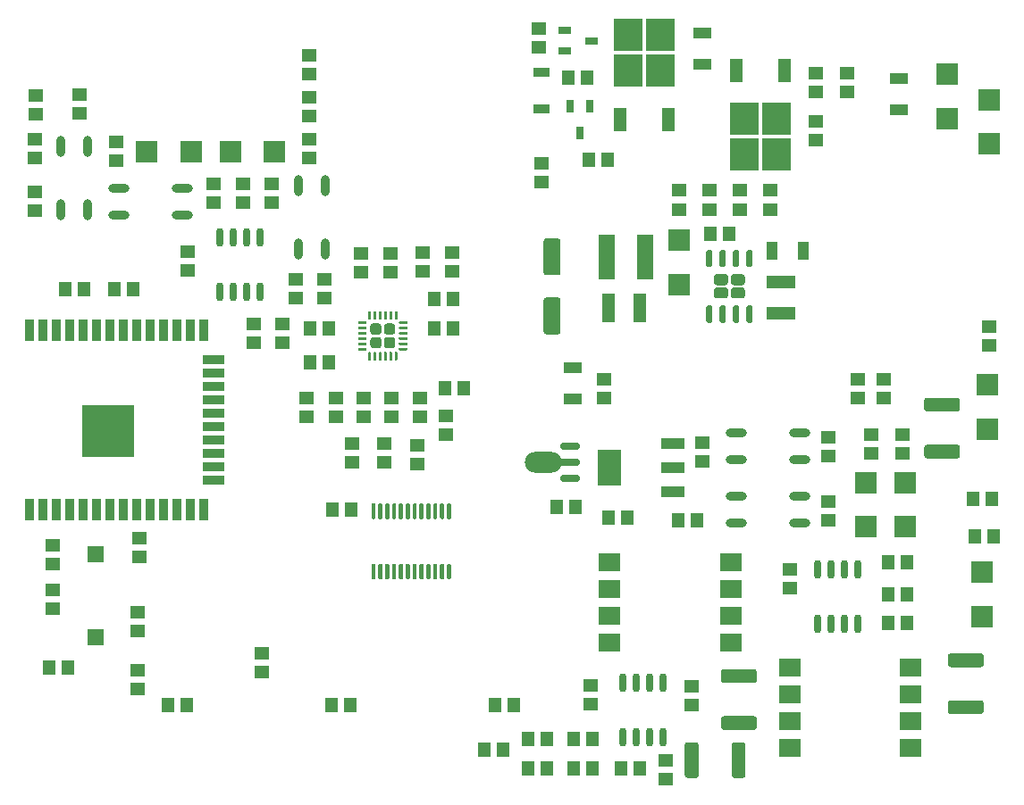
<source format=gbr>
%TF.GenerationSoftware,KiCad,Pcbnew,(5.1.10)-1*%
%TF.CreationDate,2022-12-14T20:36:11+08:00*%
%TF.ProjectId,interface,696e7465-7266-4616-9365-2e6b69636164,rev?*%
%TF.SameCoordinates,Original*%
%TF.FileFunction,Paste,Top*%
%TF.FilePolarity,Positive*%
%FSLAX46Y46*%
G04 Gerber Fmt 4.6, Leading zero omitted, Abs format (unit mm)*
G04 Created by KiCad (PCBNEW (5.1.10)-1) date 2022-12-14 20:36:11*
%MOMM*%
%LPD*%
G01*
G04 APERTURE LIST*
%ADD10R,1.500000X4.200000*%
%ADD11R,1.470000X1.160000*%
%ADD12R,1.160000X1.470000*%
%ADD13R,2.000000X2.000000*%
%ADD14R,1.160000X2.720000*%
%ADD15R,2.720000X1.160000*%
%ADD16R,1.500000X1.500000*%
%ADD17R,2.750000X3.050000*%
%ADD18R,1.200000X2.200000*%
%ADD19R,1.130000X1.800000*%
%ADD20R,1.800000X1.130000*%
%ADD21O,0.700000X1.800000*%
%ADD22R,1.250000X0.700000*%
%ADD23R,0.700000X1.250000*%
%ADD24R,1.500000X0.900000*%
%ADD25O,1.900000X0.700000*%
%ADD26O,3.500000X2.000000*%
%ADD27O,2.100000X0.700000*%
%ADD28R,0.900000X2.000000*%
%ADD29R,2.000000X0.900000*%
%ADD30R,5.000000X5.000000*%
%ADD31O,2.000000X0.800000*%
%ADD32O,0.800000X2.000000*%
%ADD33R,2.000000X1.780000*%
%ADD34R,2.200000X1.000000*%
%ADD35R,2.200000X3.500000*%
G04 APERTURE END LIST*
%TO.C,U11*%
G36*
G01*
X69570001Y48305000D02*
X68729999Y48305000D01*
G75*
G02*
X68480000Y48554999I0J249999D01*
G01*
X68480000Y49105001D01*
G75*
G02*
X68729999Y49355000I249999J0D01*
G01*
X69570001Y49355000D01*
G75*
G02*
X69820000Y49105001I0J-249999D01*
G01*
X69820000Y48554999D01*
G75*
G02*
X69570001Y48305000I-249999J0D01*
G01*
G37*
G36*
G01*
X67970001Y48305000D02*
X67129999Y48305000D01*
G75*
G02*
X66880000Y48554999I0J249999D01*
G01*
X66880000Y49105001D01*
G75*
G02*
X67129999Y49355000I249999J0D01*
G01*
X67970001Y49355000D01*
G75*
G02*
X68220000Y49105001I0J-249999D01*
G01*
X68220000Y48554999D01*
G75*
G02*
X67970001Y48305000I-249999J0D01*
G01*
G37*
G36*
G01*
X69570001Y47045000D02*
X68729999Y47045000D01*
G75*
G02*
X68480000Y47294999I0J249999D01*
G01*
X68480000Y47845001D01*
G75*
G02*
X68729999Y48095000I249999J0D01*
G01*
X69570001Y48095000D01*
G75*
G02*
X69820000Y47845001I0J-249999D01*
G01*
X69820000Y47294999D01*
G75*
G02*
X69570001Y47045000I-249999J0D01*
G01*
G37*
G36*
G01*
X67970001Y47045000D02*
X67129999Y47045000D01*
G75*
G02*
X66880000Y47294999I0J249999D01*
G01*
X66880000Y47845001D01*
G75*
G02*
X67129999Y48095000I249999J0D01*
G01*
X67970001Y48095000D01*
G75*
G02*
X68220000Y47845001I0J-249999D01*
G01*
X68220000Y47294999D01*
G75*
G02*
X67970001Y47045000I-249999J0D01*
G01*
G37*
G36*
G01*
X66595000Y50025000D02*
X66295000Y50025000D01*
G75*
G02*
X66145000Y50175000I0J150000D01*
G01*
X66145000Y51500000D01*
G75*
G02*
X66295000Y51650000I150000J0D01*
G01*
X66595000Y51650000D01*
G75*
G02*
X66745000Y51500000I0J-150000D01*
G01*
X66745000Y50175000D01*
G75*
G02*
X66595000Y50025000I-150000J0D01*
G01*
G37*
G36*
G01*
X67865000Y50025000D02*
X67565000Y50025000D01*
G75*
G02*
X67415000Y50175000I0J150000D01*
G01*
X67415000Y51500000D01*
G75*
G02*
X67565000Y51650000I150000J0D01*
G01*
X67865000Y51650000D01*
G75*
G02*
X68015000Y51500000I0J-150000D01*
G01*
X68015000Y50175000D01*
G75*
G02*
X67865000Y50025000I-150000J0D01*
G01*
G37*
G36*
G01*
X69135000Y50025000D02*
X68835000Y50025000D01*
G75*
G02*
X68685000Y50175000I0J150000D01*
G01*
X68685000Y51500000D01*
G75*
G02*
X68835000Y51650000I150000J0D01*
G01*
X69135000Y51650000D01*
G75*
G02*
X69285000Y51500000I0J-150000D01*
G01*
X69285000Y50175000D01*
G75*
G02*
X69135000Y50025000I-150000J0D01*
G01*
G37*
G36*
G01*
X70405000Y50025000D02*
X70105000Y50025000D01*
G75*
G02*
X69955000Y50175000I0J150000D01*
G01*
X69955000Y51500000D01*
G75*
G02*
X70105000Y51650000I150000J0D01*
G01*
X70405000Y51650000D01*
G75*
G02*
X70555000Y51500000I0J-150000D01*
G01*
X70555000Y50175000D01*
G75*
G02*
X70405000Y50025000I-150000J0D01*
G01*
G37*
G36*
G01*
X70405000Y44750000D02*
X70105000Y44750000D01*
G75*
G02*
X69955000Y44900000I0J150000D01*
G01*
X69955000Y46225000D01*
G75*
G02*
X70105000Y46375000I150000J0D01*
G01*
X70405000Y46375000D01*
G75*
G02*
X70555000Y46225000I0J-150000D01*
G01*
X70555000Y44900000D01*
G75*
G02*
X70405000Y44750000I-150000J0D01*
G01*
G37*
G36*
G01*
X69135000Y44750000D02*
X68835000Y44750000D01*
G75*
G02*
X68685000Y44900000I0J150000D01*
G01*
X68685000Y46225000D01*
G75*
G02*
X68835000Y46375000I150000J0D01*
G01*
X69135000Y46375000D01*
G75*
G02*
X69285000Y46225000I0J-150000D01*
G01*
X69285000Y44900000D01*
G75*
G02*
X69135000Y44750000I-150000J0D01*
G01*
G37*
G36*
G01*
X67865000Y44750000D02*
X67565000Y44750000D01*
G75*
G02*
X67415000Y44900000I0J150000D01*
G01*
X67415000Y46225000D01*
G75*
G02*
X67565000Y46375000I150000J0D01*
G01*
X67865000Y46375000D01*
G75*
G02*
X68015000Y46225000I0J-150000D01*
G01*
X68015000Y44900000D01*
G75*
G02*
X67865000Y44750000I-150000J0D01*
G01*
G37*
G36*
G01*
X66595000Y44750000D02*
X66295000Y44750000D01*
G75*
G02*
X66145000Y44900000I0J150000D01*
G01*
X66145000Y46225000D01*
G75*
G02*
X66295000Y46375000I150000J0D01*
G01*
X66595000Y46375000D01*
G75*
G02*
X66745000Y46225000I0J-150000D01*
G01*
X66745000Y44900000D01*
G75*
G02*
X66595000Y44750000I-150000J0D01*
G01*
G37*
%TD*%
D10*
%TO.C,L2*%
X56750000Y50950000D03*
X60350000Y50950000D03*
%TD*%
%TO.C,U7*%
G36*
G01*
X35625000Y42574999D02*
X35625000Y43125001D01*
G75*
G02*
X35874999Y43375000I249999J0D01*
G01*
X36425001Y43375000D01*
G75*
G02*
X36675000Y43125001I0J-249999D01*
G01*
X36675000Y42574999D01*
G75*
G02*
X36425001Y42325000I-249999J0D01*
G01*
X35874999Y42325000D01*
G75*
G02*
X35625000Y42574999I0J249999D01*
G01*
G37*
G36*
G01*
X35625000Y43874999D02*
X35625000Y44425001D01*
G75*
G02*
X35874999Y44675000I249999J0D01*
G01*
X36425001Y44675000D01*
G75*
G02*
X36675000Y44425001I0J-249999D01*
G01*
X36675000Y43874999D01*
G75*
G02*
X36425001Y43625000I-249999J0D01*
G01*
X35874999Y43625000D01*
G75*
G02*
X35625000Y43874999I0J249999D01*
G01*
G37*
G36*
G01*
X34325000Y42574999D02*
X34325000Y43125001D01*
G75*
G02*
X34574999Y43375000I249999J0D01*
G01*
X35125001Y43375000D01*
G75*
G02*
X35375000Y43125001I0J-249999D01*
G01*
X35375000Y42574999D01*
G75*
G02*
X35125001Y42325000I-249999J0D01*
G01*
X34574999Y42325000D01*
G75*
G02*
X34325000Y42574999I0J249999D01*
G01*
G37*
G36*
G01*
X34325000Y43874999D02*
X34325000Y44425001D01*
G75*
G02*
X34574999Y44675000I249999J0D01*
G01*
X35125001Y44675000D01*
G75*
G02*
X35375000Y44425001I0J-249999D01*
G01*
X35375000Y43874999D01*
G75*
G02*
X35125001Y43625000I-249999J0D01*
G01*
X34574999Y43625000D01*
G75*
G02*
X34325000Y43874999I0J249999D01*
G01*
G37*
G36*
G01*
X34125000Y45087500D02*
X34125000Y45787500D01*
G75*
G02*
X34187500Y45850000I62500J0D01*
G01*
X34312500Y45850000D01*
G75*
G02*
X34375000Y45787500I0J-62500D01*
G01*
X34375000Y45087500D01*
G75*
G02*
X34312500Y45025000I-62500J0D01*
G01*
X34187500Y45025000D01*
G75*
G02*
X34125000Y45087500I0J62500D01*
G01*
G37*
G36*
G01*
X34625000Y45087500D02*
X34625000Y45787500D01*
G75*
G02*
X34687500Y45850000I62500J0D01*
G01*
X34812500Y45850000D01*
G75*
G02*
X34875000Y45787500I0J-62500D01*
G01*
X34875000Y45087500D01*
G75*
G02*
X34812500Y45025000I-62500J0D01*
G01*
X34687500Y45025000D01*
G75*
G02*
X34625000Y45087500I0J62500D01*
G01*
G37*
G36*
G01*
X35125000Y45087500D02*
X35125000Y45787500D01*
G75*
G02*
X35187500Y45850000I62500J0D01*
G01*
X35312500Y45850000D01*
G75*
G02*
X35375000Y45787500I0J-62500D01*
G01*
X35375000Y45087500D01*
G75*
G02*
X35312500Y45025000I-62500J0D01*
G01*
X35187500Y45025000D01*
G75*
G02*
X35125000Y45087500I0J62500D01*
G01*
G37*
G36*
G01*
X35625000Y45087500D02*
X35625000Y45787500D01*
G75*
G02*
X35687500Y45850000I62500J0D01*
G01*
X35812500Y45850000D01*
G75*
G02*
X35875000Y45787500I0J-62500D01*
G01*
X35875000Y45087500D01*
G75*
G02*
X35812500Y45025000I-62500J0D01*
G01*
X35687500Y45025000D01*
G75*
G02*
X35625000Y45087500I0J62500D01*
G01*
G37*
G36*
G01*
X36125000Y45087500D02*
X36125000Y45787500D01*
G75*
G02*
X36187500Y45850000I62500J0D01*
G01*
X36312500Y45850000D01*
G75*
G02*
X36375000Y45787500I0J-62500D01*
G01*
X36375000Y45087500D01*
G75*
G02*
X36312500Y45025000I-62500J0D01*
G01*
X36187500Y45025000D01*
G75*
G02*
X36125000Y45087500I0J62500D01*
G01*
G37*
G36*
G01*
X36625000Y45087500D02*
X36625000Y45787500D01*
G75*
G02*
X36687500Y45850000I62500J0D01*
G01*
X36812500Y45850000D01*
G75*
G02*
X36875000Y45787500I0J-62500D01*
G01*
X36875000Y45087500D01*
G75*
G02*
X36812500Y45025000I-62500J0D01*
G01*
X36687500Y45025000D01*
G75*
G02*
X36625000Y45087500I0J62500D01*
G01*
G37*
G36*
G01*
X37025000Y44687500D02*
X37025000Y44812500D01*
G75*
G02*
X37087500Y44875000I62500J0D01*
G01*
X37787500Y44875000D01*
G75*
G02*
X37850000Y44812500I0J-62500D01*
G01*
X37850000Y44687500D01*
G75*
G02*
X37787500Y44625000I-62500J0D01*
G01*
X37087500Y44625000D01*
G75*
G02*
X37025000Y44687500I0J62500D01*
G01*
G37*
G36*
G01*
X37025000Y44187500D02*
X37025000Y44312500D01*
G75*
G02*
X37087500Y44375000I62500J0D01*
G01*
X37787500Y44375000D01*
G75*
G02*
X37850000Y44312500I0J-62500D01*
G01*
X37850000Y44187500D01*
G75*
G02*
X37787500Y44125000I-62500J0D01*
G01*
X37087500Y44125000D01*
G75*
G02*
X37025000Y44187500I0J62500D01*
G01*
G37*
G36*
G01*
X37025000Y43687500D02*
X37025000Y43812500D01*
G75*
G02*
X37087500Y43875000I62500J0D01*
G01*
X37787500Y43875000D01*
G75*
G02*
X37850000Y43812500I0J-62500D01*
G01*
X37850000Y43687500D01*
G75*
G02*
X37787500Y43625000I-62500J0D01*
G01*
X37087500Y43625000D01*
G75*
G02*
X37025000Y43687500I0J62500D01*
G01*
G37*
G36*
G01*
X37025000Y43187500D02*
X37025000Y43312500D01*
G75*
G02*
X37087500Y43375000I62500J0D01*
G01*
X37787500Y43375000D01*
G75*
G02*
X37850000Y43312500I0J-62500D01*
G01*
X37850000Y43187500D01*
G75*
G02*
X37787500Y43125000I-62500J0D01*
G01*
X37087500Y43125000D01*
G75*
G02*
X37025000Y43187500I0J62500D01*
G01*
G37*
G36*
G01*
X37025000Y42687500D02*
X37025000Y42812500D01*
G75*
G02*
X37087500Y42875000I62500J0D01*
G01*
X37787500Y42875000D01*
G75*
G02*
X37850000Y42812500I0J-62500D01*
G01*
X37850000Y42687500D01*
G75*
G02*
X37787500Y42625000I-62500J0D01*
G01*
X37087500Y42625000D01*
G75*
G02*
X37025000Y42687500I0J62500D01*
G01*
G37*
G36*
G01*
X37025000Y42187500D02*
X37025000Y42312500D01*
G75*
G02*
X37087500Y42375000I62500J0D01*
G01*
X37787500Y42375000D01*
G75*
G02*
X37850000Y42312500I0J-62500D01*
G01*
X37850000Y42187500D01*
G75*
G02*
X37787500Y42125000I-62500J0D01*
G01*
X37087500Y42125000D01*
G75*
G02*
X37025000Y42187500I0J62500D01*
G01*
G37*
G36*
G01*
X36625000Y41212500D02*
X36625000Y41912500D01*
G75*
G02*
X36687500Y41975000I62500J0D01*
G01*
X36812500Y41975000D01*
G75*
G02*
X36875000Y41912500I0J-62500D01*
G01*
X36875000Y41212500D01*
G75*
G02*
X36812500Y41150000I-62500J0D01*
G01*
X36687500Y41150000D01*
G75*
G02*
X36625000Y41212500I0J62500D01*
G01*
G37*
G36*
G01*
X36125000Y41212500D02*
X36125000Y41912500D01*
G75*
G02*
X36187500Y41975000I62500J0D01*
G01*
X36312500Y41975000D01*
G75*
G02*
X36375000Y41912500I0J-62500D01*
G01*
X36375000Y41212500D01*
G75*
G02*
X36312500Y41150000I-62500J0D01*
G01*
X36187500Y41150000D01*
G75*
G02*
X36125000Y41212500I0J62500D01*
G01*
G37*
G36*
G01*
X35625000Y41212500D02*
X35625000Y41912500D01*
G75*
G02*
X35687500Y41975000I62500J0D01*
G01*
X35812500Y41975000D01*
G75*
G02*
X35875000Y41912500I0J-62500D01*
G01*
X35875000Y41212500D01*
G75*
G02*
X35812500Y41150000I-62500J0D01*
G01*
X35687500Y41150000D01*
G75*
G02*
X35625000Y41212500I0J62500D01*
G01*
G37*
G36*
G01*
X35125000Y41212500D02*
X35125000Y41912500D01*
G75*
G02*
X35187500Y41975000I62500J0D01*
G01*
X35312500Y41975000D01*
G75*
G02*
X35375000Y41912500I0J-62500D01*
G01*
X35375000Y41212500D01*
G75*
G02*
X35312500Y41150000I-62500J0D01*
G01*
X35187500Y41150000D01*
G75*
G02*
X35125000Y41212500I0J62500D01*
G01*
G37*
G36*
G01*
X34625000Y41212500D02*
X34625000Y41912500D01*
G75*
G02*
X34687500Y41975000I62500J0D01*
G01*
X34812500Y41975000D01*
G75*
G02*
X34875000Y41912500I0J-62500D01*
G01*
X34875000Y41212500D01*
G75*
G02*
X34812500Y41150000I-62500J0D01*
G01*
X34687500Y41150000D01*
G75*
G02*
X34625000Y41212500I0J62500D01*
G01*
G37*
G36*
G01*
X34125000Y41212500D02*
X34125000Y41912500D01*
G75*
G02*
X34187500Y41975000I62500J0D01*
G01*
X34312500Y41975000D01*
G75*
G02*
X34375000Y41912500I0J-62500D01*
G01*
X34375000Y41212500D01*
G75*
G02*
X34312500Y41150000I-62500J0D01*
G01*
X34187500Y41150000D01*
G75*
G02*
X34125000Y41212500I0J62500D01*
G01*
G37*
G36*
G01*
X33150000Y42187500D02*
X33150000Y42312500D01*
G75*
G02*
X33212500Y42375000I62500J0D01*
G01*
X33912500Y42375000D01*
G75*
G02*
X33975000Y42312500I0J-62500D01*
G01*
X33975000Y42187500D01*
G75*
G02*
X33912500Y42125000I-62500J0D01*
G01*
X33212500Y42125000D01*
G75*
G02*
X33150000Y42187500I0J62500D01*
G01*
G37*
G36*
G01*
X33150000Y42687500D02*
X33150000Y42812500D01*
G75*
G02*
X33212500Y42875000I62500J0D01*
G01*
X33912500Y42875000D01*
G75*
G02*
X33975000Y42812500I0J-62500D01*
G01*
X33975000Y42687500D01*
G75*
G02*
X33912500Y42625000I-62500J0D01*
G01*
X33212500Y42625000D01*
G75*
G02*
X33150000Y42687500I0J62500D01*
G01*
G37*
G36*
G01*
X33150000Y43187500D02*
X33150000Y43312500D01*
G75*
G02*
X33212500Y43375000I62500J0D01*
G01*
X33912500Y43375000D01*
G75*
G02*
X33975000Y43312500I0J-62500D01*
G01*
X33975000Y43187500D01*
G75*
G02*
X33912500Y43125000I-62500J0D01*
G01*
X33212500Y43125000D01*
G75*
G02*
X33150000Y43187500I0J62500D01*
G01*
G37*
G36*
G01*
X33150000Y43687500D02*
X33150000Y43812500D01*
G75*
G02*
X33212500Y43875000I62500J0D01*
G01*
X33912500Y43875000D01*
G75*
G02*
X33975000Y43812500I0J-62500D01*
G01*
X33975000Y43687500D01*
G75*
G02*
X33912500Y43625000I-62500J0D01*
G01*
X33212500Y43625000D01*
G75*
G02*
X33150000Y43687500I0J62500D01*
G01*
G37*
G36*
G01*
X33150000Y44187500D02*
X33150000Y44312500D01*
G75*
G02*
X33212500Y44375000I62500J0D01*
G01*
X33912500Y44375000D01*
G75*
G02*
X33975000Y44312500I0J-62500D01*
G01*
X33975000Y44187500D01*
G75*
G02*
X33912500Y44125000I-62500J0D01*
G01*
X33212500Y44125000D01*
G75*
G02*
X33150000Y44187500I0J62500D01*
G01*
G37*
G36*
G01*
X33150000Y44687500D02*
X33150000Y44812500D01*
G75*
G02*
X33212500Y44875000I62500J0D01*
G01*
X33912500Y44875000D01*
G75*
G02*
X33975000Y44812500I0J-62500D01*
G01*
X33975000Y44687500D01*
G75*
G02*
X33912500Y44625000I-62500J0D01*
G01*
X33212500Y44625000D01*
G75*
G02*
X33150000Y44687500I0J62500D01*
G01*
G37*
%TD*%
D11*
%TO.C,R62*%
X2600000Y64510000D03*
X2600000Y66290000D03*
%TD*%
D12*
%TO.C,C5*%
X32490000Y27000000D03*
X30710000Y27000000D03*
%TD*%
%TO.C,U8*%
G36*
G01*
X34725000Y26125000D02*
X34525000Y26125000D01*
G75*
G02*
X34425000Y26225000I0J100000D01*
G01*
X34425000Y27500000D01*
G75*
G02*
X34525000Y27600000I100000J0D01*
G01*
X34725000Y27600000D01*
G75*
G02*
X34825000Y27500000I0J-100000D01*
G01*
X34825000Y26225000D01*
G75*
G02*
X34725000Y26125000I-100000J0D01*
G01*
G37*
G36*
G01*
X35375000Y26125000D02*
X35175000Y26125000D01*
G75*
G02*
X35075000Y26225000I0J100000D01*
G01*
X35075000Y27500000D01*
G75*
G02*
X35175000Y27600000I100000J0D01*
G01*
X35375000Y27600000D01*
G75*
G02*
X35475000Y27500000I0J-100000D01*
G01*
X35475000Y26225000D01*
G75*
G02*
X35375000Y26125000I-100000J0D01*
G01*
G37*
G36*
G01*
X36025000Y26125000D02*
X35825000Y26125000D01*
G75*
G02*
X35725000Y26225000I0J100000D01*
G01*
X35725000Y27500000D01*
G75*
G02*
X35825000Y27600000I100000J0D01*
G01*
X36025000Y27600000D01*
G75*
G02*
X36125000Y27500000I0J-100000D01*
G01*
X36125000Y26225000D01*
G75*
G02*
X36025000Y26125000I-100000J0D01*
G01*
G37*
G36*
G01*
X36675000Y26125000D02*
X36475000Y26125000D01*
G75*
G02*
X36375000Y26225000I0J100000D01*
G01*
X36375000Y27500000D01*
G75*
G02*
X36475000Y27600000I100000J0D01*
G01*
X36675000Y27600000D01*
G75*
G02*
X36775000Y27500000I0J-100000D01*
G01*
X36775000Y26225000D01*
G75*
G02*
X36675000Y26125000I-100000J0D01*
G01*
G37*
G36*
G01*
X37325000Y26125000D02*
X37125000Y26125000D01*
G75*
G02*
X37025000Y26225000I0J100000D01*
G01*
X37025000Y27500000D01*
G75*
G02*
X37125000Y27600000I100000J0D01*
G01*
X37325000Y27600000D01*
G75*
G02*
X37425000Y27500000I0J-100000D01*
G01*
X37425000Y26225000D01*
G75*
G02*
X37325000Y26125000I-100000J0D01*
G01*
G37*
G36*
G01*
X37975000Y26125000D02*
X37775000Y26125000D01*
G75*
G02*
X37675000Y26225000I0J100000D01*
G01*
X37675000Y27500000D01*
G75*
G02*
X37775000Y27600000I100000J0D01*
G01*
X37975000Y27600000D01*
G75*
G02*
X38075000Y27500000I0J-100000D01*
G01*
X38075000Y26225000D01*
G75*
G02*
X37975000Y26125000I-100000J0D01*
G01*
G37*
G36*
G01*
X38625000Y26125000D02*
X38425000Y26125000D01*
G75*
G02*
X38325000Y26225000I0J100000D01*
G01*
X38325000Y27500000D01*
G75*
G02*
X38425000Y27600000I100000J0D01*
G01*
X38625000Y27600000D01*
G75*
G02*
X38725000Y27500000I0J-100000D01*
G01*
X38725000Y26225000D01*
G75*
G02*
X38625000Y26125000I-100000J0D01*
G01*
G37*
G36*
G01*
X39275000Y26125000D02*
X39075000Y26125000D01*
G75*
G02*
X38975000Y26225000I0J100000D01*
G01*
X38975000Y27500000D01*
G75*
G02*
X39075000Y27600000I100000J0D01*
G01*
X39275000Y27600000D01*
G75*
G02*
X39375000Y27500000I0J-100000D01*
G01*
X39375000Y26225000D01*
G75*
G02*
X39275000Y26125000I-100000J0D01*
G01*
G37*
G36*
G01*
X39925000Y26125000D02*
X39725000Y26125000D01*
G75*
G02*
X39625000Y26225000I0J100000D01*
G01*
X39625000Y27500000D01*
G75*
G02*
X39725000Y27600000I100000J0D01*
G01*
X39925000Y27600000D01*
G75*
G02*
X40025000Y27500000I0J-100000D01*
G01*
X40025000Y26225000D01*
G75*
G02*
X39925000Y26125000I-100000J0D01*
G01*
G37*
G36*
G01*
X40575000Y26125000D02*
X40375000Y26125000D01*
G75*
G02*
X40275000Y26225000I0J100000D01*
G01*
X40275000Y27500000D01*
G75*
G02*
X40375000Y27600000I100000J0D01*
G01*
X40575000Y27600000D01*
G75*
G02*
X40675000Y27500000I0J-100000D01*
G01*
X40675000Y26225000D01*
G75*
G02*
X40575000Y26125000I-100000J0D01*
G01*
G37*
G36*
G01*
X41225000Y26125000D02*
X41025000Y26125000D01*
G75*
G02*
X40925000Y26225000I0J100000D01*
G01*
X40925000Y27500000D01*
G75*
G02*
X41025000Y27600000I100000J0D01*
G01*
X41225000Y27600000D01*
G75*
G02*
X41325000Y27500000I0J-100000D01*
G01*
X41325000Y26225000D01*
G75*
G02*
X41225000Y26125000I-100000J0D01*
G01*
G37*
G36*
G01*
X41875000Y26125000D02*
X41675000Y26125000D01*
G75*
G02*
X41575000Y26225000I0J100000D01*
G01*
X41575000Y27500000D01*
G75*
G02*
X41675000Y27600000I100000J0D01*
G01*
X41875000Y27600000D01*
G75*
G02*
X41975000Y27500000I0J-100000D01*
G01*
X41975000Y26225000D01*
G75*
G02*
X41875000Y26125000I-100000J0D01*
G01*
G37*
G36*
G01*
X41875000Y20400000D02*
X41675000Y20400000D01*
G75*
G02*
X41575000Y20500000I0J100000D01*
G01*
X41575000Y21775000D01*
G75*
G02*
X41675000Y21875000I100000J0D01*
G01*
X41875000Y21875000D01*
G75*
G02*
X41975000Y21775000I0J-100000D01*
G01*
X41975000Y20500000D01*
G75*
G02*
X41875000Y20400000I-100000J0D01*
G01*
G37*
G36*
G01*
X41225000Y20400000D02*
X41025000Y20400000D01*
G75*
G02*
X40925000Y20500000I0J100000D01*
G01*
X40925000Y21775000D01*
G75*
G02*
X41025000Y21875000I100000J0D01*
G01*
X41225000Y21875000D01*
G75*
G02*
X41325000Y21775000I0J-100000D01*
G01*
X41325000Y20500000D01*
G75*
G02*
X41225000Y20400000I-100000J0D01*
G01*
G37*
G36*
G01*
X40575000Y20400000D02*
X40375000Y20400000D01*
G75*
G02*
X40275000Y20500000I0J100000D01*
G01*
X40275000Y21775000D01*
G75*
G02*
X40375000Y21875000I100000J0D01*
G01*
X40575000Y21875000D01*
G75*
G02*
X40675000Y21775000I0J-100000D01*
G01*
X40675000Y20500000D01*
G75*
G02*
X40575000Y20400000I-100000J0D01*
G01*
G37*
G36*
G01*
X39925000Y20400000D02*
X39725000Y20400000D01*
G75*
G02*
X39625000Y20500000I0J100000D01*
G01*
X39625000Y21775000D01*
G75*
G02*
X39725000Y21875000I100000J0D01*
G01*
X39925000Y21875000D01*
G75*
G02*
X40025000Y21775000I0J-100000D01*
G01*
X40025000Y20500000D01*
G75*
G02*
X39925000Y20400000I-100000J0D01*
G01*
G37*
G36*
G01*
X39275000Y20400000D02*
X39075000Y20400000D01*
G75*
G02*
X38975000Y20500000I0J100000D01*
G01*
X38975000Y21775000D01*
G75*
G02*
X39075000Y21875000I100000J0D01*
G01*
X39275000Y21875000D01*
G75*
G02*
X39375000Y21775000I0J-100000D01*
G01*
X39375000Y20500000D01*
G75*
G02*
X39275000Y20400000I-100000J0D01*
G01*
G37*
G36*
G01*
X38625000Y20400000D02*
X38425000Y20400000D01*
G75*
G02*
X38325000Y20500000I0J100000D01*
G01*
X38325000Y21775000D01*
G75*
G02*
X38425000Y21875000I100000J0D01*
G01*
X38625000Y21875000D01*
G75*
G02*
X38725000Y21775000I0J-100000D01*
G01*
X38725000Y20500000D01*
G75*
G02*
X38625000Y20400000I-100000J0D01*
G01*
G37*
G36*
G01*
X37975000Y20400000D02*
X37775000Y20400000D01*
G75*
G02*
X37675000Y20500000I0J100000D01*
G01*
X37675000Y21775000D01*
G75*
G02*
X37775000Y21875000I100000J0D01*
G01*
X37975000Y21875000D01*
G75*
G02*
X38075000Y21775000I0J-100000D01*
G01*
X38075000Y20500000D01*
G75*
G02*
X37975000Y20400000I-100000J0D01*
G01*
G37*
G36*
G01*
X37325000Y20400000D02*
X37125000Y20400000D01*
G75*
G02*
X37025000Y20500000I0J100000D01*
G01*
X37025000Y21775000D01*
G75*
G02*
X37125000Y21875000I100000J0D01*
G01*
X37325000Y21875000D01*
G75*
G02*
X37425000Y21775000I0J-100000D01*
G01*
X37425000Y20500000D01*
G75*
G02*
X37325000Y20400000I-100000J0D01*
G01*
G37*
G36*
G01*
X36675000Y20400000D02*
X36475000Y20400000D01*
G75*
G02*
X36375000Y20500000I0J100000D01*
G01*
X36375000Y21775000D01*
G75*
G02*
X36475000Y21875000I100000J0D01*
G01*
X36675000Y21875000D01*
G75*
G02*
X36775000Y21775000I0J-100000D01*
G01*
X36775000Y20500000D01*
G75*
G02*
X36675000Y20400000I-100000J0D01*
G01*
G37*
G36*
G01*
X36025000Y20400000D02*
X35825000Y20400000D01*
G75*
G02*
X35725000Y20500000I0J100000D01*
G01*
X35725000Y21775000D01*
G75*
G02*
X35825000Y21875000I100000J0D01*
G01*
X36025000Y21875000D01*
G75*
G02*
X36125000Y21775000I0J-100000D01*
G01*
X36125000Y20500000D01*
G75*
G02*
X36025000Y20400000I-100000J0D01*
G01*
G37*
G36*
G01*
X35375000Y20400000D02*
X35175000Y20400000D01*
G75*
G02*
X35075000Y20500000I0J100000D01*
G01*
X35075000Y21775000D01*
G75*
G02*
X35175000Y21875000I100000J0D01*
G01*
X35375000Y21875000D01*
G75*
G02*
X35475000Y21775000I0J-100000D01*
G01*
X35475000Y20500000D01*
G75*
G02*
X35375000Y20400000I-100000J0D01*
G01*
G37*
G36*
G01*
X34725000Y20400000D02*
X34525000Y20400000D01*
G75*
G02*
X34425000Y20500000I0J100000D01*
G01*
X34425000Y21775000D01*
G75*
G02*
X34525000Y21875000I100000J0D01*
G01*
X34725000Y21875000D01*
G75*
G02*
X34825000Y21775000I0J-100000D01*
G01*
X34825000Y20500000D01*
G75*
G02*
X34725000Y20400000I-100000J0D01*
G01*
G37*
%TD*%
D11*
%TO.C,R66*%
X69366666Y55510000D03*
X69366666Y57290000D03*
%TD*%
%TO.C,R65*%
X66483333Y57290000D03*
X66483333Y55510000D03*
%TD*%
%TO.C,R64*%
X72250000Y55510000D03*
X72250000Y57290000D03*
%TD*%
%TO.C,R16*%
X32600000Y33290000D03*
X32600000Y31510000D03*
%TD*%
%TO.C,R6*%
X12400000Y22510000D03*
X12400000Y24290000D03*
%TD*%
%TO.C,R4*%
X79500000Y66610000D03*
X79500000Y68390000D03*
%TD*%
D13*
%TO.C,D9*%
X63550000Y52550000D03*
X63550000Y48350000D03*
%TD*%
%TO.C,C29*%
G36*
G01*
X51000000Y47150000D02*
X52100000Y47150000D01*
G75*
G02*
X52350000Y46900000I0J-250000D01*
G01*
X52350000Y43900000D01*
G75*
G02*
X52100000Y43650000I-250000J0D01*
G01*
X51000000Y43650000D01*
G75*
G02*
X50750000Y43900000I0J250000D01*
G01*
X50750000Y46900000D01*
G75*
G02*
X51000000Y47150000I250000J0D01*
G01*
G37*
G36*
G01*
X51000000Y52750000D02*
X52100000Y52750000D01*
G75*
G02*
X52350000Y52500000I0J-250000D01*
G01*
X52350000Y49500000D01*
G75*
G02*
X52100000Y49250000I-250000J0D01*
G01*
X51000000Y49250000D01*
G75*
G02*
X50750000Y49500000I0J250000D01*
G01*
X50750000Y52500000D01*
G75*
G02*
X51000000Y52750000I250000J0D01*
G01*
G37*
%TD*%
D14*
%TO.C,C23*%
X59825000Y46150000D03*
X56875000Y46150000D03*
%TD*%
D11*
%TO.C,C15*%
X63600000Y57290000D03*
X63600000Y55510000D03*
%TD*%
D12*
%TO.C,C13*%
X68290000Y53150000D03*
X66510000Y53150000D03*
%TD*%
D15*
%TO.C,C6*%
X73250000Y48625000D03*
X73250000Y45675000D03*
%TD*%
D11*
%TO.C,C41*%
X62300000Y1410000D03*
X62300000Y3190000D03*
%TD*%
D12*
%TO.C,C40*%
X49310000Y2500000D03*
X51090000Y2500000D03*
%TD*%
%TO.C,C39*%
X49300000Y5300000D03*
X51080000Y5300000D03*
%TD*%
%TO.C,R70*%
X46890000Y4250000D03*
X45110000Y4250000D03*
%TD*%
D11*
%TO.C,R69*%
X24000000Y13400000D03*
X24000000Y11620000D03*
%TD*%
%TO.C,C24*%
X39000000Y35860000D03*
X39000000Y37640000D03*
%TD*%
%TO.C,F3*%
X10250000Y60110000D03*
X10250000Y61890000D03*
%TD*%
%TO.C,F2*%
X28500000Y64360000D03*
X28500000Y66140000D03*
%TD*%
D13*
%TO.C,D10*%
X92750000Y34650000D03*
X92750000Y38850000D03*
%TD*%
%TO.C,D3*%
X92250000Y16900000D03*
X92250000Y21100000D03*
%TD*%
D16*
%TO.C,SW1*%
X8250000Y14950000D03*
X8250000Y22750000D03*
%TD*%
D12*
%TO.C,R15*%
X32390000Y8500000D03*
X30610000Y8500000D03*
%TD*%
%TO.C,R53*%
G36*
G01*
X89299999Y8925000D02*
X92200001Y8925000D01*
G75*
G02*
X92450000Y8675001I0J-249999D01*
G01*
X92450000Y7874999D01*
G75*
G02*
X92200001Y7625000I-249999J0D01*
G01*
X89299999Y7625000D01*
G75*
G02*
X89050000Y7874999I0J249999D01*
G01*
X89050000Y8675001D01*
G75*
G02*
X89299999Y8925000I249999J0D01*
G01*
G37*
G36*
G01*
X89299999Y13375000D02*
X92200001Y13375000D01*
G75*
G02*
X92450000Y13125001I0J-249999D01*
G01*
X92450000Y12324999D01*
G75*
G02*
X92200001Y12075000I-249999J0D01*
G01*
X89299999Y12075000D01*
G75*
G02*
X89050000Y12324999I0J249999D01*
G01*
X89050000Y13125001D01*
G75*
G02*
X89299999Y13375000I249999J0D01*
G01*
G37*
%TD*%
%TO.C,R30*%
G36*
G01*
X89950001Y36325000D02*
X87049999Y36325000D01*
G75*
G02*
X86800000Y36574999I0J249999D01*
G01*
X86800000Y37375001D01*
G75*
G02*
X87049999Y37625000I249999J0D01*
G01*
X89950001Y37625000D01*
G75*
G02*
X90200000Y37375001I0J-249999D01*
G01*
X90200000Y36574999D01*
G75*
G02*
X89950001Y36325000I-249999J0D01*
G01*
G37*
G36*
G01*
X89950001Y31875000D02*
X87049999Y31875000D01*
G75*
G02*
X86800000Y32124999I0J249999D01*
G01*
X86800000Y32925001D01*
G75*
G02*
X87049999Y33175000I249999J0D01*
G01*
X89950001Y33175000D01*
G75*
G02*
X90200000Y32925001I0J-249999D01*
G01*
X90200000Y32124999D01*
G75*
G02*
X89950001Y31875000I-249999J0D01*
G01*
G37*
%TD*%
D17*
%TO.C,U3*%
X69725000Y64075000D03*
X72775000Y60725000D03*
X72775000Y64075000D03*
X69725000Y60725000D03*
D18*
X68970000Y68700000D03*
X73530000Y68700000D03*
%TD*%
D17*
%TO.C,Q2*%
X61775000Y68675000D03*
X58725000Y72025000D03*
X58725000Y68675000D03*
X61775000Y72025000D03*
D18*
X62530000Y64050000D03*
X57970000Y64050000D03*
%TD*%
D19*
%TO.C,C38*%
X72360000Y51600000D03*
X75340000Y51600000D03*
%TD*%
D20*
%TO.C,C20*%
X65750000Y69260000D03*
X65750000Y72240000D03*
%TD*%
D21*
%TO.C,U17*%
X58245000Y10600000D03*
X59515000Y10600000D03*
X60785000Y10600000D03*
X62055000Y10600000D03*
X62055000Y5400000D03*
X60785000Y5400000D03*
X59515000Y5400000D03*
X58245000Y5400000D03*
%TD*%
%TO.C,U14*%
X76695000Y21350000D03*
X77965000Y21350000D03*
X79235000Y21350000D03*
X80505000Y21350000D03*
X80505000Y16150000D03*
X79235000Y16150000D03*
X77965000Y16150000D03*
X76695000Y16150000D03*
%TD*%
%TO.C,R48*%
G36*
G01*
X67799999Y7425000D02*
X70700001Y7425000D01*
G75*
G02*
X70950000Y7175001I0J-249999D01*
G01*
X70950000Y6374999D01*
G75*
G02*
X70700001Y6125000I-249999J0D01*
G01*
X67799999Y6125000D01*
G75*
G02*
X67550000Y6374999I0J249999D01*
G01*
X67550000Y7175001D01*
G75*
G02*
X67799999Y7425000I249999J0D01*
G01*
G37*
G36*
G01*
X67799999Y11875000D02*
X70700001Y11875000D01*
G75*
G02*
X70950000Y11625001I0J-249999D01*
G01*
X70950000Y10824999D01*
G75*
G02*
X70700001Y10575000I-249999J0D01*
G01*
X67799999Y10575000D01*
G75*
G02*
X67550000Y10824999I0J249999D01*
G01*
X67550000Y11625001D01*
G75*
G02*
X67799999Y11875000I249999J0D01*
G01*
G37*
%TD*%
D22*
%TO.C,Q3*%
X55250000Y71500000D03*
X52750000Y70550000D03*
X52750000Y72450000D03*
%TD*%
D23*
%TO.C,Q1*%
X54200000Y62750000D03*
X53250000Y65250000D03*
X55150000Y65250000D03*
%TD*%
D24*
%TO.C,D4*%
X50500000Y68500000D03*
X50500000Y65000000D03*
%TD*%
D11*
%TO.C,C10*%
X56500000Y39390000D03*
X56500000Y37610000D03*
%TD*%
D25*
%TO.C,U4*%
X53250000Y33000000D03*
D26*
X50750000Y31500000D03*
D27*
X53150000Y31500000D03*
D25*
X53250000Y30000000D03*
%TD*%
D21*
%TO.C,U21*%
X20095000Y52850000D03*
X21365000Y52850000D03*
X22635000Y52850000D03*
X23905000Y52850000D03*
X23905000Y47650000D03*
X22635000Y47650000D03*
X21365000Y47650000D03*
X20095000Y47650000D03*
%TD*%
D28*
%TO.C,U2*%
X1995000Y44000000D03*
X3265000Y44000000D03*
X4535000Y44000000D03*
X5805000Y44000000D03*
X7075000Y44000000D03*
X8345000Y44000000D03*
X9615000Y44000000D03*
X10885000Y44000000D03*
X12155000Y44000000D03*
X13425000Y44000000D03*
X14695000Y44000000D03*
X15965000Y44000000D03*
X17235000Y44000000D03*
X18505000Y44000000D03*
D29*
X19505000Y41215000D03*
X19505000Y39945000D03*
X19505000Y38675000D03*
X19505000Y37405000D03*
X19505000Y36135000D03*
X19505000Y34865000D03*
X19505000Y33595000D03*
X19505000Y32325000D03*
X19505000Y31055000D03*
X19505000Y29785000D03*
D28*
X18505000Y27000000D03*
X17235000Y27000000D03*
X15965000Y27000000D03*
X14695000Y27000000D03*
X13425000Y27000000D03*
X12155000Y27000000D03*
X10885000Y27000000D03*
X9615000Y27000000D03*
X8345000Y27000000D03*
X7075000Y27000000D03*
X5805000Y27000000D03*
X4535000Y27000000D03*
X3265000Y27000000D03*
X1995000Y27000000D03*
D30*
X9495000Y34500000D03*
%TD*%
D31*
%TO.C,U20*%
X10500000Y54980000D03*
X10500000Y57520000D03*
X16500000Y57520000D03*
X16500000Y54980000D03*
%TD*%
D32*
%TO.C,U19*%
X7520000Y55500000D03*
X4980000Y55500000D03*
X4980000Y61500000D03*
X7520000Y61500000D03*
%TD*%
%TO.C,U18*%
X27530000Y57750000D03*
X30070000Y57750000D03*
X30070000Y51750000D03*
X27530000Y51750000D03*
%TD*%
D33*
%TO.C,U15*%
X74060000Y4390000D03*
X85540000Y12010000D03*
X74060000Y6930000D03*
X85540000Y9470000D03*
X74060000Y9470000D03*
X85540000Y6930000D03*
X74060000Y12010000D03*
X85540000Y4390000D03*
%TD*%
D31*
%TO.C,U12*%
X69000000Y25730000D03*
X69000000Y28270000D03*
X75000000Y28270000D03*
X75000000Y25730000D03*
%TD*%
%TO.C,U10*%
X69000000Y31730000D03*
X69000000Y34270000D03*
X75000000Y34270000D03*
X75000000Y31730000D03*
%TD*%
D33*
%TO.C,U9*%
X57010000Y14440000D03*
X68490000Y22060000D03*
X57010000Y16980000D03*
X68490000Y19520000D03*
X57010000Y19520000D03*
X68490000Y16980000D03*
X57010000Y22060000D03*
X68490000Y14440000D03*
%TD*%
D34*
%TO.C,U5*%
X63000000Y33300000D03*
D35*
X57000000Y31000000D03*
D34*
X63000000Y31000000D03*
X63000000Y28700000D03*
%TD*%
D11*
%TO.C,R61*%
X25000000Y57890000D03*
X25000000Y56110000D03*
%TD*%
%TO.C,R60*%
X28500000Y68360000D03*
X28500000Y70140000D03*
%TD*%
%TO.C,R59*%
X2500000Y60360000D03*
X2500000Y62140000D03*
%TD*%
%TO.C,R58*%
X28500000Y62140000D03*
X28500000Y60360000D03*
%TD*%
%TO.C,R57*%
X17000000Y51530000D03*
X17000000Y49750000D03*
%TD*%
%TO.C,R56*%
X22250000Y57890000D03*
X22250000Y56110000D03*
%TD*%
%TO.C,R55*%
X6750000Y66390000D03*
X6750000Y64610000D03*
%TD*%
%TO.C,R54*%
X27250000Y47110000D03*
X27250000Y48890000D03*
%TD*%
%TO.C,R52*%
X93000000Y44390000D03*
X93000000Y42610000D03*
%TD*%
D12*
%TO.C,R51*%
X91610000Y24500000D03*
X93390000Y24500000D03*
%TD*%
%TO.C,R50*%
X85140000Y19000000D03*
X83360000Y19000000D03*
%TD*%
D11*
%TO.C,R49*%
X81750000Y34140000D03*
X81750000Y32360000D03*
%TD*%
D12*
%TO.C,R47*%
X63510000Y26000000D03*
X65290000Y26000000D03*
%TD*%
D11*
%TO.C,R46*%
X64800000Y8510000D03*
X64800000Y10290000D03*
%TD*%
D12*
%TO.C,R45*%
X53610000Y5250000D03*
X55390000Y5250000D03*
%TD*%
D11*
%TO.C,R43*%
X36250000Y49560000D03*
X36250000Y51340000D03*
%TD*%
D12*
%TO.C,R42*%
X3860000Y12000000D03*
X5640000Y12000000D03*
%TD*%
D11*
%TO.C,R41*%
X33450000Y49560000D03*
X33450000Y51340000D03*
%TD*%
%TO.C,R40*%
X42100000Y49610000D03*
X42100000Y51390000D03*
%TD*%
%TO.C,R39*%
X26000000Y44640000D03*
X26000000Y42860000D03*
%TD*%
%TO.C,R38*%
X23250000Y42860000D03*
X23250000Y44640000D03*
%TD*%
D12*
%TO.C,R37*%
X59890000Y2500000D03*
X58110000Y2500000D03*
%TD*%
D11*
%TO.C,R36*%
X30000000Y48890000D03*
X30000000Y47110000D03*
%TD*%
%TO.C,R35*%
X39300000Y49610000D03*
X39300000Y51390000D03*
%TD*%
D12*
%TO.C,R34*%
X53610000Y2500000D03*
X55390000Y2500000D03*
%TD*%
D11*
%TO.C,R33*%
X12250000Y11750000D03*
X12250000Y9970000D03*
%TD*%
%TO.C,R32*%
X35600000Y33290000D03*
X35600000Y31510000D03*
%TD*%
%TO.C,R31*%
X38750000Y31360000D03*
X38750000Y33140000D03*
%TD*%
D12*
%TO.C,R29*%
X85140000Y16250000D03*
X83360000Y16250000D03*
%TD*%
%TO.C,R28*%
G36*
G01*
X65425000Y4700001D02*
X65425000Y1799999D01*
G75*
G02*
X65175001Y1550000I-249999J0D01*
G01*
X64374999Y1550000D01*
G75*
G02*
X64125000Y1799999I0J249999D01*
G01*
X64125000Y4700001D01*
G75*
G02*
X64374999Y4950000I249999J0D01*
G01*
X65175001Y4950000D01*
G75*
G02*
X65425000Y4700001I0J-249999D01*
G01*
G37*
G36*
G01*
X69875000Y4700001D02*
X69875000Y1799999D01*
G75*
G02*
X69625001Y1550000I-249999J0D01*
G01*
X68824999Y1550000D01*
G75*
G02*
X68575000Y1799999I0J249999D01*
G01*
X68575000Y4700001D01*
G75*
G02*
X68824999Y4950000I249999J0D01*
G01*
X69625001Y4950000D01*
G75*
G02*
X69875000Y4700001I0J-249999D01*
G01*
G37*
%TD*%
%TO.C,R27*%
X46110000Y8500000D03*
X47890000Y8500000D03*
%TD*%
%TO.C,R26*%
X15110000Y8500000D03*
X16890000Y8500000D03*
%TD*%
D11*
%TO.C,R22*%
X41500000Y35890000D03*
X41500000Y34110000D03*
%TD*%
%TO.C,R21*%
X33700000Y37640000D03*
X33700000Y35860000D03*
%TD*%
%TO.C,R20*%
X36350000Y37640000D03*
X36350000Y35860000D03*
%TD*%
D12*
%TO.C,R19*%
X7200000Y47900000D03*
X5420000Y47900000D03*
%TD*%
%TO.C,R18*%
X11890000Y47900000D03*
X10110000Y47900000D03*
%TD*%
%TO.C,R17*%
X41360000Y38500000D03*
X43140000Y38500000D03*
%TD*%
%TO.C,R14*%
X28610000Y41000000D03*
X30390000Y41000000D03*
%TD*%
D11*
%TO.C,R13*%
X76500000Y62110000D03*
X76500000Y63890000D03*
%TD*%
%TO.C,R12*%
X76500000Y68390000D03*
X76500000Y66610000D03*
%TD*%
D12*
%TO.C,R11*%
X56780000Y60250000D03*
X55000000Y60250000D03*
%TD*%
D11*
%TO.C,R10*%
X2500000Y57140000D03*
X2500000Y55360000D03*
%TD*%
D12*
%TO.C,R9*%
X53110000Y68000000D03*
X54890000Y68000000D03*
%TD*%
D11*
%TO.C,R8*%
X50500000Y58110000D03*
X50500000Y59890000D03*
%TD*%
%TO.C,R7*%
X50250000Y70860000D03*
X50250000Y72640000D03*
%TD*%
%TO.C,R5*%
X84750000Y32360000D03*
X84750000Y34140000D03*
%TD*%
%TO.C,R2*%
X4250000Y17610000D03*
X4250000Y19390000D03*
%TD*%
%TO.C,R1*%
X80500000Y37610000D03*
X80500000Y39390000D03*
%TD*%
D12*
%TO.C,L1*%
X42140000Y44250000D03*
X40360000Y44250000D03*
%TD*%
D20*
%TO.C,F1*%
X84400000Y67890000D03*
X84400000Y64910000D03*
%TD*%
D13*
%TO.C,D8*%
X17350000Y61000000D03*
X13150000Y61000000D03*
%TD*%
%TO.C,D7*%
X25250000Y61000000D03*
X21050000Y61000000D03*
%TD*%
%TO.C,D6*%
X81250000Y29600000D03*
X81250000Y25400000D03*
%TD*%
%TO.C,D5*%
X85000000Y29600000D03*
X85000000Y25400000D03*
%TD*%
%TO.C,D2*%
X89000000Y64100000D03*
X89000000Y68300000D03*
%TD*%
%TO.C,D1*%
X93000000Y65900000D03*
X93000000Y61700000D03*
%TD*%
D11*
%TO.C,C30*%
X19500000Y56110000D03*
X19500000Y57890000D03*
%TD*%
D12*
%TO.C,C28*%
X91470000Y28000000D03*
X93250000Y28000000D03*
%TD*%
%TO.C,C27*%
X83360000Y22000000D03*
X85140000Y22000000D03*
%TD*%
D11*
%TO.C,C26*%
X77750000Y27750000D03*
X77750000Y25970000D03*
%TD*%
%TO.C,C25*%
X77750000Y33890000D03*
X77750000Y32110000D03*
%TD*%
%TO.C,C22*%
X28250000Y37640000D03*
X28250000Y35860000D03*
%TD*%
D12*
%TO.C,C21*%
X40360000Y47000000D03*
X42140000Y47000000D03*
%TD*%
D11*
%TO.C,C19*%
X31050000Y37640000D03*
X31050000Y35860000D03*
%TD*%
D12*
%TO.C,C18*%
X30390000Y44250000D03*
X28610000Y44250000D03*
%TD*%
D11*
%TO.C,C17*%
X55200000Y8600000D03*
X55200000Y10380000D03*
%TD*%
%TO.C,C16*%
X74100000Y19610000D03*
X74100000Y21390000D03*
%TD*%
%TO.C,C14*%
X12250000Y17280000D03*
X12250000Y15500000D03*
%TD*%
D12*
%TO.C,C12*%
X52000000Y27250000D03*
X53780000Y27250000D03*
%TD*%
%TO.C,C9*%
X58640000Y26250000D03*
X56860000Y26250000D03*
%TD*%
D11*
%TO.C,C8*%
X65750000Y31610000D03*
X65750000Y33390000D03*
%TD*%
%TO.C,C7*%
X4250000Y21860000D03*
X4250000Y23640000D03*
%TD*%
%TO.C,C3*%
X83000000Y37610000D03*
X83000000Y39390000D03*
%TD*%
D20*
%TO.C,C1*%
X53500000Y40490000D03*
X53500000Y37510000D03*
%TD*%
M02*

</source>
